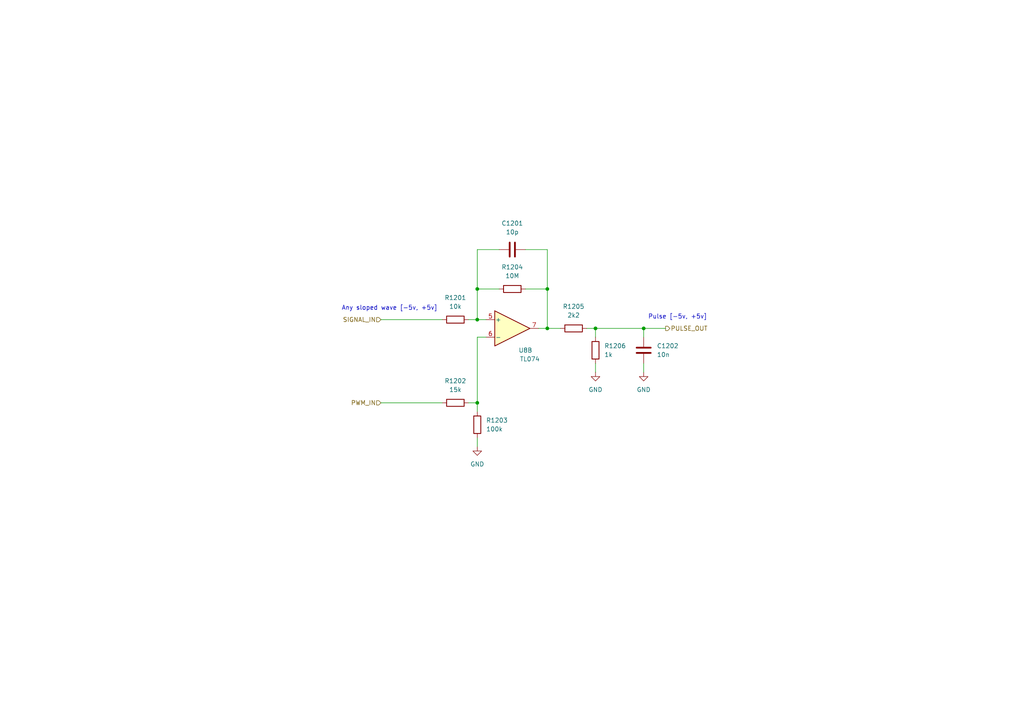
<source format=kicad_sch>
(kicad_sch (version 20230121) (generator eeschema)
  (paper "A4")
  (title_block (title "Josh Ox Ribon Synth Main VCO board") (date "2022-07-23") (rev "0.1") (comment 2 "creativecommons.org/licenses/by/4.0") (comment 3 "license: CC by 4.0") (comment 4 "Author: Jordan Acete"))
  (lib_symbols
    (symbol "Amplifier_Operational:TL074" (pin_names (offset 0.127))
      (property "Reference" "U" (at 0 5.08 0))
      (property "Value" "TL074" (at 0 -5.08 0))
      (symbol "TL074_1_1"
        (polyline (pts (xy -5.08 5.08) (xy 5.08 0) (xy -5.08 -5.08) (xy -5.08 5.08)) (stroke (width 0.254)) (fill (type background)))
        (pin output line (at 7.62 0 180) (length 2.54) (name "~") (number "1"))
        (pin input line (at -7.62 -2.54 0) (length 2.54) (name "-") (number "2"))
        (pin input line (at -7.62 2.54 0) (length 2.54) (name "+") (number "3"))
      )
      (symbol "TL074_2_1"
        (polyline (pts (xy -5.08 5.08) (xy 5.08 0) (xy -5.08 -5.08) (xy -5.08 5.08)) (stroke (width 0.254)) (fill (type background)))
        (pin input line (at -7.62 2.54 0) (length 2.54) (name "+") (number "5"))
        (pin input line (at -7.62 -2.54 0) (length 2.54) (name "-") (number "6"))
        (pin output line (at 7.62 0 180) (length 2.54) (name "~") (number "7"))
      )
      (symbol "TL074_3_1"
        (polyline (pts (xy -5.08 5.08) (xy 5.08 0) (xy -5.08 -5.08) (xy -5.08 5.08)) (stroke (width 0.254)) (fill (type background)))
        (pin input line (at -7.62 2.54 0) (length 2.54) (name "+") (number "10"))
        (pin output line (at 7.62 0 180) (length 2.54) (name "~") (number "8"))
        (pin input line (at -7.62 -2.54 0) (length 2.54) (name "-") (number "9"))
      )
      (symbol "TL074_4_1"
        (polyline (pts (xy -5.08 5.08) (xy 5.08 0) (xy -5.08 -5.08) (xy -5.08 5.08)) (stroke (width 0.254)) (fill (type background)))
        (pin input line (at -7.62 2.54 0) (length 2.54) (name "+") (number "12"))
        (pin input line (at -7.62 -2.54 0) (length 2.54) (name "-") (number "13"))
        (pin output line (at 7.62 0 180) (length 2.54) (name "~") (number "14"))
      )
      (symbol "TL074_5_1"
        (pin power_in line (at -2.54 -7.62 90) (length 3.81) (name "V-") (number "11"))
        (pin power_in line (at -2.54 7.62 270) (length 3.81) (name "V+") (number "4"))
      )
    )
    (symbol "Device:C" (pin_numbers hide) (pin_names (offset 0.254))
      (property "Reference" "C" (at 0.635 2.54 0))
      (property "Value" "C" (at 0.635 -2.54 0))
      (symbol "C_0_1"
        (polyline (pts (xy -2.032 -0.762) (xy 2.032 -0.762)) (stroke (width 0.508)))
        (polyline (pts (xy -2.032 0.762) (xy 2.032 0.762)) (stroke (width 0.508)))
      )
      (symbol "C_1_1"
        (pin passive line (at 0 3.81 270) (length 2.794) (name "~") (number "1"))
        (pin passive line (at 0 -3.81 90) (length 2.794) (name "~") (number "2"))
      )
    )
    (symbol "Device:R" (pin_numbers hide) (pin_names (offset 0))
      (property "Reference" "R" (at 2.032 0 90))
      (property "Value" "R" (at 0 0 90))
      (symbol "R_0_1"
        (rectangle (start -1.016 -2.54) (end 1.016 2.54) (stroke (width 0.254)))
      )
      (symbol "R_1_1"
        (pin passive line (at 0 3.81 270) (length 1.27) (name "~") (number "1"))
        (pin passive line (at 0 -3.81 90) (length 1.27) (name "~") (number "2"))
      )
    )
    (symbol "power:GND" (power) (pin_names (offset 0))
      (property "Value" "GND" (at 0 -3.81 0))
      (symbol "GND_0_1"
        (polyline (pts (xy 0 0) (xy 0 -1.27) (xy 1.27 -1.27) (xy 0 -2.54) (xy -1.27 -1.27) (xy 0 -1.27)))
      )
      (symbol "GND_1_1"
        (pin power_in line (at 0 0 270) (length 0) hide (name "GND") (number "1"))
      )
    )
  )
  (junction (at 172.72 95.25))
  (junction (at 158.75 83.82))
  (junction (at 138.43 83.82))
  (junction (at 138.43 92.71))
  (junction (at 186.69 95.25))
  (junction (at 158.75 95.25))
  (junction (at 138.43 116.84))
  (wire (pts (xy 158.75 95.25) (xy 158.75 83.82)))
  (wire (pts (xy 135.89 116.84) (xy 138.43 116.84)))
  (wire (pts (xy 138.43 83.82) (xy 144.78 83.82)))
  (wire (pts (xy 138.43 127) (xy 138.43 129.54)))
  (wire (pts (xy 158.75 72.39) (xy 152.4 72.39)))
  (wire (pts (xy 138.43 92.71) (xy 138.43 83.82)))
  (wire (pts (xy 158.75 83.82) (xy 158.75 72.39)))
  (wire (pts (xy 152.4 83.82) (xy 158.75 83.82)))
  (wire (pts (xy 138.43 116.84) (xy 138.43 97.79)))
  (wire (pts (xy 172.72 105.41) (xy 172.72 107.95)))
  (wire (pts (xy 156.21 95.25) (xy 158.75 95.25)))
  (wire (pts (xy 110.49 92.71) (xy 128.27 92.71)))
  (wire (pts (xy 138.43 92.71) (xy 140.97 92.71)))
  (wire (pts (xy 186.69 105.41) (xy 186.69 107.95)))
  (wire (pts (xy 186.69 95.25) (xy 186.69 97.79)))
  (wire (pts (xy 186.69 95.25) (xy 193.04 95.25)))
  (wire (pts (xy 172.72 95.25) (xy 186.69 95.25)))
  (wire (pts (xy 138.43 72.39) (xy 138.43 83.82)))
  (wire (pts (xy 110.49 116.84) (xy 128.27 116.84)))
  (wire (pts (xy 135.89 92.71) (xy 138.43 92.71)))
  (wire (pts (xy 144.78 72.39) (xy 138.43 72.39)))
  (wire (pts (xy 138.43 97.79) (xy 140.97 97.79)))
  (wire (pts (xy 158.75 95.25) (xy 162.56 95.25)))
  (wire (pts (xy 138.43 119.38) (xy 138.43 116.84)))
  (wire (pts (xy 172.72 95.25) (xy 170.18 95.25)))
  (wire (pts (xy 172.72 97.79) (xy 172.72 95.25)))
  (text "Any sloped wave [-5v, +5v]" (at 99.06 90.17 0) (effects (font (size 1.27 1.27)) (justify left bottom)))
  (text "Pulse [-5v, +5v]" (at 187.96 92.71 0) (effects (font (size 1.27 1.27)) (justify left bottom)))
  (hierarchical_label "PULSE_OUT" (shape output) (at 193.04 95.25 0))
  (hierarchical_label "SIGNAL_IN" (shape input) (at 110.49 92.71 180))
  (hierarchical_label "PWM_IN" (shape input) (at 110.49 116.84 180))
  (symbol (lib_id "power:GND") (at 186.69 107.95 0) (unit 1)
    (property "Reference" "#PWR01203" (effects hide))
    (property "Value" "GND" (at 186.69 113.03 0))
  )
  (symbol (lib_id "Device:R") (at 132.08 92.71 90) (unit 1)
    (property "Reference" "R1201" (at 132.08 86.36 90))
    (property "Value" "10k" (at 132.08 88.9 90))
    (property "Footprint" "Resistor_SMD:R_0805_2012Metric" (effects hide))
  )
  (symbol (lib_id "Device:R") (at 166.37 95.25 90) (unit 1)
    (property "Reference" "R1205" (at 166.37 88.9 90))
    (property "Value" "2k2" (at 166.37 91.44 90))
    (property "Footprint" "Resistor_SMD:R_0805_2012Metric" (effects hide))
  )
  (symbol (lib_id "Device:C") (at 148.59 72.39 90) (unit 1)
    (property "Reference" "C1201" (at 148.59 64.77 90))
    (property "Value" "10p" (at 148.59 67.31 90))
    (property "Footprint" "Capacitor_SMD:C_0805_2012Metric" (effects hide))
  )
  (symbol (lib_id "Amplifier_Operational:TL074") (at 148.59 95.25 0) (unit 2)
    (property "Reference" "U8" (at 152.4 101.6 0))
    (property "Value" "TL074" (at 153.67 104.14 0))
    (property "Footprint" "Package_SO:SOIC-14_3.9x8.7mm_P1.27mm" (effects hide))
    (property "Datasheet" "http://www.ti.com/lit/ds/symlink/tl071.pdf" (effects hide))
  )
  (symbol (lib_id "Device:R") (at 132.08 116.84 90) (unit 1)
    (property "Reference" "R1202" (at 132.08 110.49 90))
    (property "Value" "15k" (at 132.08 113.03 90))
    (property "Footprint" "Resistor_SMD:R_0805_2012Metric" (effects hide))
  )
  (symbol (lib_id "Device:R") (at 172.72 101.6 180) (unit 1)
    (property "Reference" "R1206" (at 175.26 100.3299 0) (effects (justify right)))
    (property "Value" "1k" (at 175.26 102.8699 0) (effects (justify right)))
    (property "Footprint" "Resistor_SMD:R_0805_2012Metric" (effects hide))
  )
  (symbol (lib_id "Device:R") (at 148.59 83.82 90) (unit 1)
    (property "Reference" "R1204" (at 148.59 77.47 90))
    (property "Value" "10M" (at 148.59 80.01 90))
    (property "Footprint" "Resistor_SMD:R_0805_2012Metric" (effects hide))
  )
  (symbol (lib_id "power:GND") (at 172.72 107.95 0) (unit 1)
    (property "Reference" "#PWR01202" (effects hide))
    (property "Value" "GND" (at 172.72 113.03 0))
  )
  (symbol (lib_id "Device:C") (at 186.69 101.6 180) (unit 1)
    (property "Reference" "C1202" (at 190.5 100.3299 0) (effects (justify right)))
    (property "Value" "10n" (at 190.5 102.8699 0) (effects (justify right)))
    (property "Footprint" "Capacitor_SMD:C_0805_2012Metric" (effects hide))
  )
  (symbol (lib_id "power:GND") (at 138.43 129.54 0) (unit 1)
    (property "Reference" "#PWR01201" (effects hide))
    (property "Value" "GND" (at 138.43 134.62 0))
  )
  (symbol (lib_id "Device:R") (at 138.43 123.19 0) (unit 1)
    (property "Reference" "R1203" (at 140.97 121.9199 0) (effects (justify left)))
    (property "Value" "100k" (at 140.97 124.4599 0) (effects (justify left)))
    (property "Footprint" "Resistor_SMD:R_0805_2012Metric" (effects hide))
  )
)
</source>
